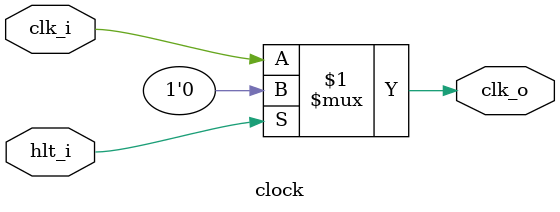
<source format=v>
module clock(
	input hlt_i,
	input clk_i,
	output clk_o);

assign clk_o = (hlt_i) ? 1'b0 : clk_i;

endmodule

</source>
